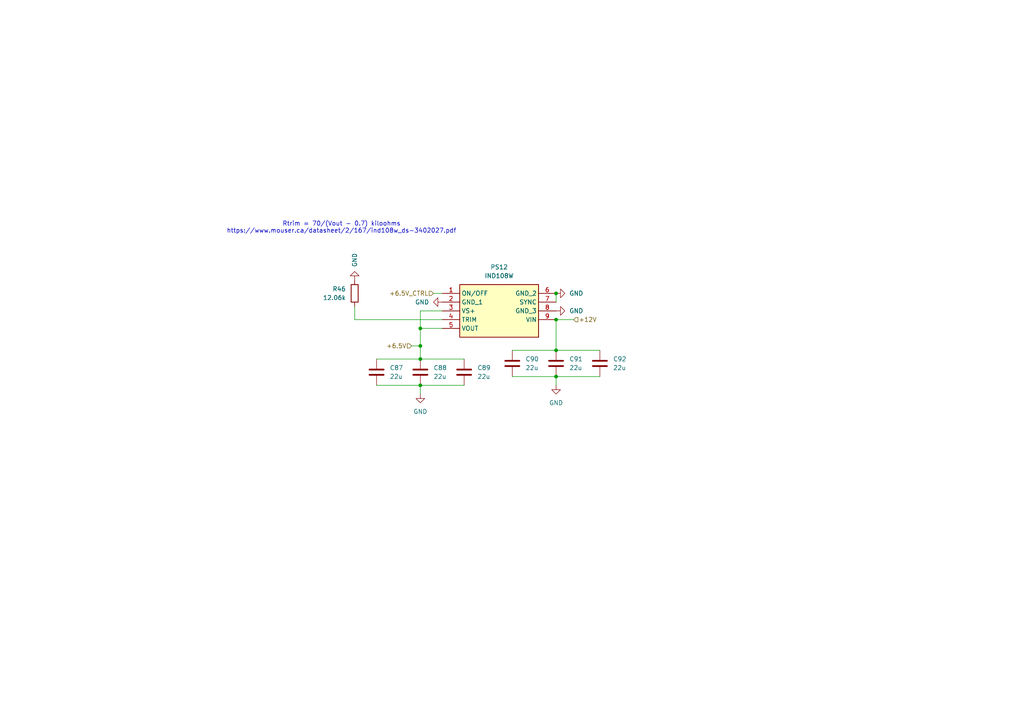
<source format=kicad_sch>
(kicad_sch (version 20231120) (generator "eeschema") (generator_version "8.0")
  (paper "A4")
  (lib_symbols
    (symbol "BCRL_power_supply:IND108W"
      (property "Reference" "PS" (at 29.21 7.62 0))
      (property "Value" "IND108W" (at 29.21 5.08 0))
      (symbol "IND108W_1_1"
        (rectangle (start 5.08 2.54) (end 27.94 -12.7) (stroke (width 0.254)) (fill (type background)))
        (pin passive line (at 0 0 0) (length 5.08) (name "ON/OFF") (number "1"))
        (pin passive line (at 0 -2.54 0) (length 5.08) (name "GND_1") (number "2"))
        (pin passive line (at 0 -5.08 0) (length 5.08) (name "VS+") (number "3"))
        (pin passive line (at 0 -7.62 0) (length 5.08) (name "TRIM") (number "4"))
        (pin passive line (at 0 -10.16 0) (length 5.08) (name "VOUT") (number "5"))
        (pin passive line (at 33.02 0 180) (length 5.08) (name "GND_2") (number "6"))
        (pin passive line (at 33.02 -2.54 180) (length 5.08) (name "SYNC") (number "7"))
        (pin passive line (at 33.02 -5.08 180) (length 5.08) (name "GND_3") (number "8"))
        (pin passive line (at 33.02 -7.62 180) (length 5.08) (name "VIN") (number "9"))
      )
    )
    (symbol "Device:C" (pin_numbers hide) (pin_names (offset 0.254))
      (property "Reference" "C" (at 0.635 2.54 0))
      (property "Value" "C" (at 0.635 -2.54 0))
      (symbol "C_0_1"
        (polyline (pts (xy -2.032 -0.762) (xy 2.032 -0.762)) (stroke (width 0.508)))
        (polyline (pts (xy -2.032 0.762) (xy 2.032 0.762)) (stroke (width 0.508)))
      )
      (symbol "C_1_1"
        (pin passive line (at 0 3.81 270) (length 2.794) (name "~") (number "1"))
        (pin passive line (at 0 -3.81 90) (length 2.794) (name "~") (number "2"))
      )
    )
    (symbol "Device:R" (pin_numbers hide) (pin_names (offset 0))
      (property "Reference" "R" (at 2.032 0 90))
      (property "Value" "R" (at 0 0 90))
      (symbol "R_0_1"
        (rectangle (start -1.016 -2.54) (end 1.016 2.54) (stroke (width 0.254)))
      )
      (symbol "R_1_1"
        (pin passive line (at 0 3.81 270) (length 1.27) (name "~") (number "1"))
        (pin passive line (at 0 -3.81 90) (length 1.27) (name "~") (number "2"))
      )
    )
    (symbol "power:GND" (power) (pin_names (offset 0))
      (property "Value" "GND" (at 0 -3.81 0))
      (symbol "GND_0_1"
        (polyline (pts (xy 0 0) (xy 0 -1.27) (xy 1.27 -1.27) (xy 0 -2.54) (xy -1.27 -1.27) (xy 0 -1.27)))
      )
      (symbol "GND_1_1"
        (pin power_in line (at 0 0 270) (length 0) hide (name "GND") (number "1"))
      )
    )
  )
  (junction (at 121.92 95.25))
  (junction (at 161.29 101.6))
  (junction (at 161.29 92.71))
  (junction (at 161.29 85.09))
  (junction (at 121.92 104.14))
  (junction (at 121.92 100.33))
  (junction (at 121.92 111.76))
  (junction (at 161.29 109.22))
  (wire (pts (xy 121.92 95.25) (xy 121.92 100.33)))
  (wire (pts (xy 161.29 109.22) (xy 161.29 111.76)))
  (wire (pts (xy 119.38 100.33) (xy 121.92 100.33)))
  (wire (pts (xy 161.29 85.09) (xy 161.29 87.63)))
  (wire (pts (xy 161.29 109.22) (xy 173.99 109.22)))
  (wire (pts (xy 161.29 101.6) (xy 173.99 101.6)))
  (wire (pts (xy 161.29 92.71) (xy 166.37 92.71)))
  (wire (pts (xy 109.22 104.14) (xy 121.92 104.14)))
  (wire (pts (xy 121.92 111.76) (xy 134.62 111.76)))
  (wire (pts (xy 121.92 111.76) (xy 121.92 114.3)))
  (wire (pts (xy 121.92 104.14) (xy 134.62 104.14)))
  (wire (pts (xy 102.87 92.71) (xy 128.27 92.71)))
  (wire (pts (xy 102.87 88.9) (xy 102.87 92.71)))
  (wire (pts (xy 125.73 85.09) (xy 128.27 85.09)))
  (wire (pts (xy 161.29 92.71) (xy 161.29 101.6)))
  (wire (pts (xy 128.27 90.17) (xy 121.92 90.17)))
  (wire (pts (xy 109.22 111.76) (xy 121.92 111.76)))
  (wire (pts (xy 121.92 90.17) (xy 121.92 95.25)))
  (wire (pts (xy 148.59 101.6) (xy 161.29 101.6)))
  (wire (pts (xy 121.92 95.25) (xy 128.27 95.25)))
  (wire (pts (xy 148.59 109.22) (xy 161.29 109.22)))
  (wire (pts (xy 121.92 100.33) (xy 121.92 104.14)))
  (text "Rtrim = 70/(Vout - 0.7) kiloohms\nhttps://www.mouser.ca/datasheet/2/167/ind108w_ds-3402027.pdf" (at 99.06 66.04 0) (effects (font (size 1.27 1.27))))
  (hierarchical_label "+12V" (shape input) (at 166.37 92.71 0))
  (hierarchical_label "+6.5V" (shape input) (at 119.38 100.33 180))
  (hierarchical_label "+6.5V_CTRL" (shape input) (at 125.73 85.09 180))
  (symbol (lib_id "Device:C") (at 121.92 107.95 0) (unit 1)
    (property "Reference" "C88" (at 125.73 106.6799 0) (effects (justify left)))
    (property "Value" "22u" (at 125.73 109.2199 0) (effects (justify left)))
    (property "Footprint" "Capacitor_SMD:C_0603_1608Metric" (effects (hide yes)))
    (instances (project "bcrl_power_supply" (path "" (reference "C88") (unit 1)) (path "" (reference "C82") (unit 1)) (path "" (reference "C64") (unit 1)) (path "" (reference "C96") (unit 1))))
  )
  (symbol (lib_id "Device:C") (at 134.62 107.95 0) (unit 1)
    (property "Reference" "C89" (at 138.43 106.6799 0) (effects (justify left)))
    (property "Value" "22u" (at 138.43 109.2199 0) (effects (justify left)))
    (property "Footprint" "Capacitor_SMD:C_0603_1608Metric" (effects (hide yes)))
    (instances (project "bcrl_power_supply" (path "" (reference "C89") (unit 1)) (path "" (reference "C83") (unit 1)) (path "" (reference "C65") (unit 1)) (path "" (reference "C97") (unit 1))))
  )
  (symbol (lib_id "BCRL_power_supply:IND108W") (at 128.27 85.09 0) (unit 1)
    (property "Reference" "PS12" (at 144.78 77.47 0))
    (property "Value" "IND108W" (at 144.78 80.01 0))
    (property "Footprint" "BCRL_power_supply:IND108W" (effects (hide yes)))
    (property "Datasheet" "https://www.omnionpower.com/assets/pdfs/windchill/data-sheet/ind108w_ds.pdf?nocache=1710831926" (effects (hide yes)))
    (property "Description" "Non-Isolated DC/DC Converters 12Vin 3-9V 108W 12A Neg Log SMT 33 mm x 13.46 mm x 10 mm" (effects (hide yes)))
    (property "Height" "10" (effects (hide yes)))
    (property "Manufacturer_Name" "OmniOn Power" (effects (hide yes)))
    (property "Manufacturer_Part_Number" "IND108W" (effects (hide yes)))
    (instances (project "bcrl_power_supply" (path "" (reference "PS12") (unit 1)) (path "" (reference "PS11") (unit 1)) (path "" (reference "PS8") (unit 1)) (path "" (reference "PS13") (unit 1))))
  )
  (symbol (lib_id "Device:C") (at 161.29 105.41 0) (unit 1)
    (property "Reference" "C91" (at 165.1 104.1399 0) (effects (justify left)))
    (property "Value" "22u" (at 165.1 106.6799 0) (effects (justify left)))
    (property "Footprint" "Capacitor_SMD:C_0603_1608Metric" (effects (hide yes)))
    (instances (project "bcrl_power_supply" (path "" (reference "C91") (unit 1)) (path "" (reference "C85") (unit 1)) (path "" (reference "C67") (unit 1)) (path "" (reference "C99") (unit 1))))
  )
  (symbol (lib_id "power:GND") (at 121.92 114.3 0) (mirror y) (unit 1)
    (property "Reference" "#PWR0198" (effects (hide yes)))
    (property "Value" "GND" (at 121.92 119.38 0))
    (instances (project "bcrl_power_supply" (path "" (reference "#PWR0198") (unit 1)) (path "" (reference "#PWR0191") (unit 1)) (path "" (reference "#PWR0176") (unit 1)) (path "" (reference "#PWR0207") (unit 1))))
  )
  (symbol (lib_id "Device:C") (at 173.99 105.41 0) (unit 1)
    (property "Reference" "C92" (at 177.8 104.1399 0) (effects (justify left)))
    (property "Value" "22u" (at 177.8 106.6799 0) (effects (justify left)))
    (property "Footprint" "Capacitor_SMD:C_0603_1608Metric" (effects (hide yes)))
    (instances (project "bcrl_power_supply" (path "" (reference "C92") (unit 1)) (path "" (reference "C86") (unit 1)) (path "" (reference "C68") (unit 1)) (path "" (reference "C100") (unit 1))))
  )
  (symbol (lib_id "power:GND") (at 161.29 90.17 90) (mirror x) (unit 1)
    (property "Reference" "#PWR0201" (effects (hide yes)))
    (property "Value" "GND" (at 165.1 90.1699 90) (effects (justify right)))
    (instances (project "bcrl_power_supply" (path "" (reference "#PWR0201") (unit 1)) (path "" (reference "#PWR0194") (unit 1)) (path "" (reference "#PWR0179") (unit 1)) (path "" (reference "#PWR0210") (unit 1))))
  )
  (symbol (lib_id "power:GND") (at 161.29 85.09 90) (mirror x) (unit 1)
    (property "Reference" "#PWR0200" (effects (hide yes)))
    (property "Value" "GND" (at 165.1 85.0899 90) (effects (justify right)))
    (instances (project "bcrl_power_supply" (path "" (reference "#PWR0200") (unit 1)) (path "" (reference "#PWR0193") (unit 1)) (path "" (reference "#PWR0178") (unit 1)) (path "" (reference "#PWR0209") (unit 1))))
  )
  (symbol (lib_id "Device:R") (at 102.87 85.09 0) (mirror x) (unit 1)
    (property "Reference" "R46" (at 100.33 83.8199 0) (effects (justify right)))
    (property "Value" "12.06k" (at 100.33 86.3599 0) (effects (justify right)))
    (property "Footprint" "Resistor_SMD:R_0603_1608Metric" (effects (hide yes)))
    (instances (project "bcrl_power_supply" (path "" (reference "R46") (unit 1)) (path "" (reference "R44") (unit 1)) (path "" (reference "R40") (unit 1)) (path "" (reference "R49") (unit 1))))
  )
  (symbol (lib_id "Device:C") (at 148.59 105.41 0) (unit 1)
    (property "Reference" "C90" (at 152.4 104.1399 0) (effects (justify left)))
    (property "Value" "22u" (at 152.4 106.6799 0) (effects (justify left)))
    (property "Footprint" "Capacitor_SMD:C_0603_1608Metric" (effects (hide yes)))
    (instances (project "bcrl_power_supply" (path "" (reference "C90") (unit 1)) (path "" (reference "C84") (unit 1)) (path "" (reference "C66") (unit 1)) (path "" (reference "C98") (unit 1))))
  )
  (symbol (lib_id "Device:C") (at 109.22 107.95 0) (unit 1)
    (property "Reference" "C87" (at 113.03 106.6799 0) (effects (justify left)))
    (property "Value" "22u" (at 113.03 109.2199 0) (effects (justify left)))
    (property "Footprint" "Capacitor_SMD:C_0603_1608Metric" (effects (hide yes)))
    (instances (project "bcrl_power_supply" (path "" (reference "C87") (unit 1)) (path "" (reference "C81") (unit 1)) (path "" (reference "C63") (unit 1)) (path "" (reference "C95") (unit 1))))
  )
  (symbol (lib_id "power:GND") (at 102.87 81.28 0) (mirror x) (unit 1)
    (property "Reference" "#PWR0196" (effects (hide yes)))
    (property "Value" "GND" (at 102.8701 77.47 90) (effects (justify right)))
    (instances (project "bcrl_power_supply" (path "" (reference "#PWR0196") (unit 1)) (path "" (reference "#PWR0189") (unit 1)) (path "" (reference "#PWR0174") (unit 1)) (path "" (reference "#PWR0205") (unit 1))))
  )
  (symbol (lib_id "power:GND") (at 161.29 111.76 0) (mirror y) (unit 1)
    (property "Reference" "#PWR0202" (effects (hide yes)))
    (property "Value" "GND" (at 161.29 116.84 0))
    (instances (project "bcrl_power_supply" (path "" (reference "#PWR0202") (unit 1)) (path "" (reference "#PWR0195") (unit 1)) (path "" (reference "#PWR0180") (unit 1)) (path "" (reference "#PWR0211") (unit 1))))
  )
  (symbol (lib_id "power:GND") (at 128.27 87.63 270) (mirror x) (unit 1)
    (property "Reference" "#PWR0199" (effects (hide yes)))
    (property "Value" "GND" (at 124.46 87.6299 90) (effects (justify right)))
    (instances (project "bcrl_power_supply" (path "" (reference "#PWR0199") (unit 1)) (path "" (reference "#PWR0192") (unit 1)) (path "" (reference "#PWR0177") (unit 1)) (path "" (reference "#PWR0208") (unit 1))))
  )
)
</source>
